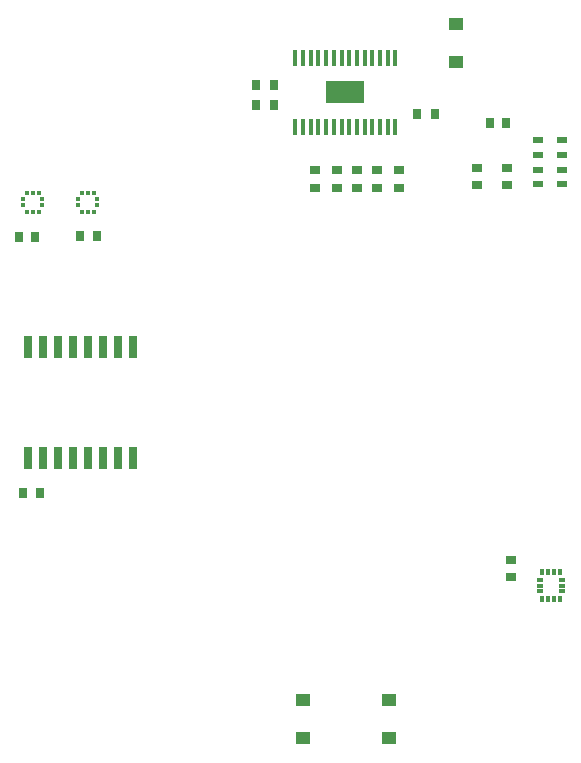
<source format=gtp>
G04*
G04 #@! TF.GenerationSoftware,Altium Limited,Altium Designer,23.11.1 (41)*
G04*
G04 Layer_Color=8421504*
%FSLAX25Y25*%
%MOIN*%
G70*
G04*
G04 #@! TF.SameCoordinates,EDA3D6F7-09F2-47E2-B7B7-C676C2FB399E*
G04*
G04*
G04 #@! TF.FilePolarity,Positive*
G04*
G01*
G75*
%ADD15R,0.01378X0.01181*%
%ADD16R,0.01181X0.01378*%
%ADD17R,0.01378X0.02264*%
%ADD18R,0.02264X0.01378*%
%ADD19R,0.03543X0.03150*%
%ADD20R,0.02756X0.03543*%
%ADD21R,0.01772X0.05807*%
%ADD22R,0.12598X0.07480*%
%ADD23R,0.03543X0.02756*%
%ADD24R,0.04803X0.04409*%
%ADD25R,0.03150X0.03543*%
%ADD26R,0.02756X0.07598*%
%ADD27R,0.03740X0.02165*%
D15*
X69450Y232416D02*
D03*
X75750D02*
D03*
Y234384D02*
D03*
X94100Y232416D02*
D03*
Y234384D02*
D03*
X87801D02*
D03*
Y232416D02*
D03*
X69450Y234384D02*
D03*
D16*
X70631Y230250D02*
D03*
X72600D02*
D03*
X74568D02*
D03*
Y236550D02*
D03*
X72600D02*
D03*
X70631D02*
D03*
X92919D02*
D03*
X90950D02*
D03*
X88982D02*
D03*
Y230250D02*
D03*
X90950D02*
D03*
X92919D02*
D03*
D17*
X248353Y110279D02*
D03*
X246384D02*
D03*
X244416D02*
D03*
X242447D02*
D03*
Y101121D02*
D03*
X244416D02*
D03*
X246384D02*
D03*
X248353D02*
D03*
D18*
X241806Y107668D02*
D03*
Y105700D02*
D03*
Y103732D02*
D03*
X248994D02*
D03*
Y105700D02*
D03*
Y107668D02*
D03*
D19*
X232000Y114184D02*
D03*
Y108672D02*
D03*
X220800Y239244D02*
D03*
Y244756D02*
D03*
X230656Y239244D02*
D03*
Y244756D02*
D03*
D20*
X200647Y262764D02*
D03*
X206553D02*
D03*
X152853Y266000D02*
D03*
X146947D02*
D03*
X152853Y272500D02*
D03*
X146947D02*
D03*
D21*
X160166Y258481D02*
D03*
X162725D02*
D03*
X165284D02*
D03*
X167843D02*
D03*
X170402D02*
D03*
X172961D02*
D03*
X175521D02*
D03*
X178079D02*
D03*
X180639D02*
D03*
X183198D02*
D03*
X185757D02*
D03*
X188316D02*
D03*
X190875D02*
D03*
X193434D02*
D03*
Y281614D02*
D03*
X190875D02*
D03*
X188316D02*
D03*
X185757D02*
D03*
X183198D02*
D03*
X180639D02*
D03*
X178079D02*
D03*
X175521D02*
D03*
X172961D02*
D03*
X170402D02*
D03*
X167843D02*
D03*
X165284D02*
D03*
X162725D02*
D03*
X160166D02*
D03*
D22*
X176800Y270048D02*
D03*
D23*
X187322Y244153D02*
D03*
Y238247D02*
D03*
X166800Y244053D02*
D03*
Y238147D02*
D03*
X174000Y244153D02*
D03*
Y238247D02*
D03*
X180639Y244153D02*
D03*
Y238247D02*
D03*
X194800Y244153D02*
D03*
Y238247D02*
D03*
D24*
X191300Y54801D02*
D03*
Y67399D02*
D03*
X213700Y292799D02*
D03*
Y280201D02*
D03*
X162800Y54801D02*
D03*
Y67399D02*
D03*
D25*
X69444Y136700D02*
D03*
X74956D02*
D03*
X224944Y259800D02*
D03*
X230456D02*
D03*
X88485Y222153D02*
D03*
X93997D02*
D03*
X73387Y221800D02*
D03*
X67876D02*
D03*
D26*
X71100Y148157D02*
D03*
X76100D02*
D03*
X81100D02*
D03*
X86100D02*
D03*
X91100D02*
D03*
X96100D02*
D03*
X101100D02*
D03*
X106100D02*
D03*
Y185243D02*
D03*
X101100D02*
D03*
X96100D02*
D03*
X91100D02*
D03*
X86100D02*
D03*
X81100D02*
D03*
X76100D02*
D03*
X71100D02*
D03*
D27*
X248935Y239418D02*
D03*
Y244339D02*
D03*
Y254182D02*
D03*
Y249261D02*
D03*
X240865Y239418D02*
D03*
Y244339D02*
D03*
Y249261D02*
D03*
Y254182D02*
D03*
M02*

</source>
